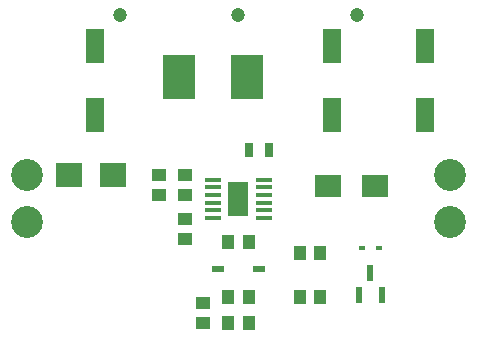
<source format=gts>
G04 Layer_Color=8388736*
%FSLAX44Y44*%
%MOMM*%
G71*
G01*
G75*
%ADD10R,1.7526X2.9464*%
%ADD11R,1.3858X0.4410*%
%ADD12R,0.5680X1.4112*%
%ADD13R,0.7112X1.2446*%
%ADD14R,2.7940X3.8100*%
%ADD15R,0.6096X0.3556*%
%ADD16R,1.0056X1.2000*%
%ADD18R,1.5620X2.9908*%
%ADD19R,2.1740X2.0844*%
%ADD20R,1.2000X1.0056*%
%ADD21R,1.1000X0.6100*%
%ADD28R,2.2000X1.9000*%
%ADD29C,2.7000*%
%ADD30C,1.2000*%
D10*
X200000Y119250D02*
D03*
D11*
X221844Y135506D02*
D03*
Y129004D02*
D03*
Y122501D02*
D03*
Y115999D02*
D03*
Y109496D02*
D03*
Y102994D02*
D03*
X178156D02*
D03*
Y109496D02*
D03*
Y115999D02*
D03*
Y122501D02*
D03*
Y129004D02*
D03*
Y135506D02*
D03*
D12*
X311750Y56804D02*
D03*
X321275Y37500D02*
D03*
X302225D02*
D03*
D13*
X208991Y161000D02*
D03*
X226009D02*
D03*
D14*
X207202Y222750D02*
D03*
X149798D02*
D03*
D15*
X304511Y77750D02*
D03*
X318989D02*
D03*
D16*
X251972Y73500D02*
D03*
X269028D02*
D03*
X251972Y36500D02*
D03*
X269028D02*
D03*
X208528Y14250D02*
D03*
X191472D02*
D03*
X208528Y36500D02*
D03*
X191472D02*
D03*
X208528Y82500D02*
D03*
X191472D02*
D03*
D18*
X279500Y248570D02*
D03*
Y190500D02*
D03*
X357750Y248570D02*
D03*
Y190500D02*
D03*
X78500Y248570D02*
D03*
Y190500D02*
D03*
D19*
X56680Y139250D02*
D03*
X93820D02*
D03*
D20*
X170000Y14222D02*
D03*
Y31278D02*
D03*
X154500Y102028D02*
D03*
Y84972D02*
D03*
X132500Y139278D02*
D03*
Y122222D02*
D03*
X154500Y139278D02*
D03*
Y122222D02*
D03*
D21*
X182750Y59500D02*
D03*
X217250D02*
D03*
D28*
X276000Y129750D02*
D03*
X316000D02*
D03*
D29*
X21250Y99250D02*
D03*
Y139250D02*
D03*
X378750D02*
D03*
Y99250D02*
D03*
D30*
X300000Y275000D02*
D03*
X200000D02*
D03*
X100000D02*
D03*
M02*

</source>
